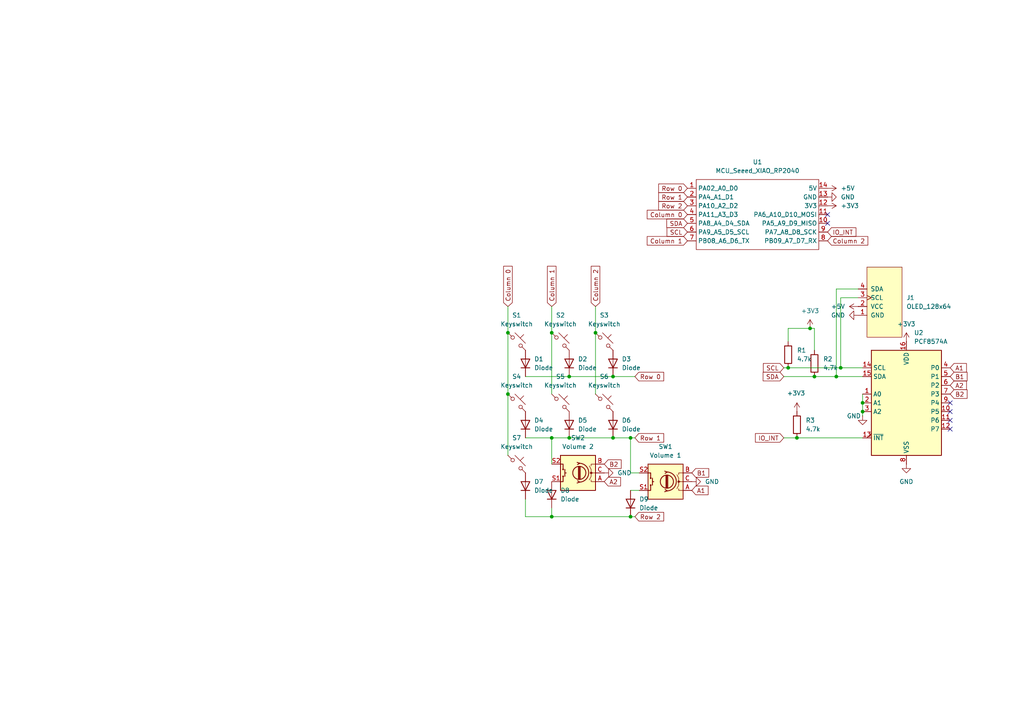
<source format=kicad_sch>
(kicad_sch (version 20231120) (generator "eeschema") (generator_version "8.0")
  (paper "A4")
  (lib_symbols
    (symbol "Device:R" (pin_numbers hide) (pin_names (offset 0))
      (property "Reference" "R" (at 2.032 0 90))
      (property "Value" "R" (at 0 0 90))
      (symbol "R_0_1"
        (rectangle (start -1.016 -2.54) (end 1.016 2.54) (stroke (width 0.254)))
      )
      (symbol "R_1_1"
        (pin passive line (at 0 3.81 270) (length 1.27) (name "~") (number "1"))
        (pin passive line (at 0 -3.81 90) (length 1.27) (name "~") (number "2"))
      )
    )
    (symbol "Device:RotaryEncoder_Switch" (pin_names (offset 0.254) hide)
      (property "Reference" "SW" (at 0 6.604 0))
      (property "Value" "RotaryEncoder_Switch" (at 0 -6.604 0))
      (symbol "RotaryEncoder_Switch_0_1"
        (rectangle (start -5.08 5.08) (end 5.08 -5.08) (stroke (width 0.254)) (fill (type background)))
        (circle (center -3.81 0) (radius 0.254) (fill (type outline)))
        (circle (center -0.381 0) (radius 1.905) (stroke (width 0.254)))
        (arc (start -0.381 2.667) (mid -3.0988 -0.0635) (end -0.381 -2.794) (stroke (width 0.254)))
        (polyline (pts (xy -0.635 -1.778) (xy -0.635 1.778)) (stroke (width 0.254)))
        (polyline (pts (xy -0.381 -1.778) (xy -0.381 1.778)) (stroke (width 0.254)))
        (polyline (pts (xy -0.127 1.778) (xy -0.127 -1.778)) (stroke (width 0.254)))
        (polyline (pts (xy 3.81 0) (xy 3.429 0)) (stroke (width 0.254)))
        (polyline (pts (xy 3.81 1.016) (xy 3.81 -1.016)) (stroke (width 0.254)))
        (polyline (pts (xy -5.08 -2.54) (xy -3.81 -2.54) (xy -3.81 -2.032)))
        (polyline (pts (xy -5.08 2.54) (xy -3.81 2.54) (xy -3.81 2.032)))
        (polyline (pts (xy 0.254 -3.048) (xy -0.508 -2.794) (xy 0.127 -2.413)) (stroke (width 0.254)))
        (polyline (pts (xy 0.254 2.921) (xy -0.508 2.667) (xy 0.127 2.286)) (stroke (width 0.254)))
        (polyline (pts (xy 5.08 -2.54) (xy 4.318 -2.54) (xy 4.318 -1.016)) (stroke (width 0.254)))
        (polyline (pts (xy 5.08 2.54) (xy 4.318 2.54) (xy 4.318 1.016)) (stroke (width 0.254)))
        (polyline (pts (xy -5.08 0) (xy -3.81 0) (xy -3.81 -1.016) (xy -3.302 -2.032)))
        (polyline (pts (xy -4.318 0) (xy -3.81 0) (xy -3.81 1.016) (xy -3.302 2.032)))
        (circle (center 4.318 -1.016) (radius 0.127) (stroke (width 0.254)))
        (circle (center 4.318 1.016) (radius 0.127) (stroke (width 0.254)))
      )
      (symbol "RotaryEncoder_Switch_1_1"
        (pin passive line (at -7.62 2.54 0) (length 2.54) (name "A") (number "A"))
        (pin passive line (at -7.62 -2.54 0) (length 2.54) (name "B") (number "B"))
        (pin passive line (at -7.62 0 0) (length 2.54) (name "C") (number "C"))
        (pin passive line (at 7.62 2.54 180) (length 2.54) (name "S1") (number "S1"))
        (pin passive line (at 7.62 -2.54 180) (length 2.54) (name "S2") (number "S2"))
      )
    )
    (symbol "Interface_Expansion:PCF8574A"
      (property "Reference" "U" (at -8.89 16.51 0))
      (property "Value" "PCF8574A" (at 2.54 16.51 0))
      (symbol "PCF8574A_0_1"
        (rectangle (start -10.16 15.24) (end 10.16 -15.24) (stroke (width 0.254)) (fill (type background)))
      )
      (symbol "PCF8574A_1_1"
        (pin input line (at -12.7 2.54 0) (length 2.54) (name "A0") (number "1"))
        (pin bidirectional line (at 12.7 -2.54 180) (length 2.54) (name "P5") (number "10"))
        (pin bidirectional line (at 12.7 -5.08 180) (length 2.54) (name "P6") (number "11"))
        (pin bidirectional line (at 12.7 -7.62 180) (length 2.54) (name "P7") (number "12"))
        (pin open_collector output_low (at -12.7 -10.16 0) (length 2.54) (name "~{INT}") (number "13"))
        (pin input line (at -12.7 10.16 0) (length 2.54) (name "SCL") (number "14"))
        (pin bidirectional line (at -12.7 7.62 0) (length 2.54) (name "SDA") (number "15"))
        (pin power_in line (at 0 17.78 270) (length 2.54) (name "VDD") (number "16"))
        (pin input line (at -12.7 0 0) (length 2.54) (name "A1") (number "2"))
        (pin input line (at -12.7 -2.54 0) (length 2.54) (name "A2") (number "3"))
        (pin bidirectional line (at 12.7 10.16 180) (length 2.54) (name "P0") (number "4"))
        (pin bidirectional line (at 12.7 7.62 180) (length 2.54) (name "P1") (number "5"))
        (pin bidirectional line (at 12.7 5.08 180) (length 2.54) (name "P2") (number "6"))
        (pin bidirectional line (at 12.7 2.54 180) (length 2.54) (name "P3") (number "7"))
        (pin power_in line (at 0 -17.78 90) (length 2.54) (name "VSS") (number "8"))
        (pin bidirectional line (at 12.7 0 180) (length 2.54) (name "P4") (number "9"))
      )
    )
    (symbol "ScottoKeebs:MCU_Seeed_XIAO_RP2040"
      (property "Reference" "U" (at -16.51 11.43 0))
      (property "Value" "MCU_Seeed_XIAO_RP2040" (at -3.81 -11.43 0))
      (symbol "MCU_Seeed_XIAO_RP2040_0_1"
        (rectangle (start -16.51 10.16) (end 19.05 -10.16))
      )
      (symbol "MCU_Seeed_XIAO_RP2040_1_1"
        (pin passive line (at -19.05 7.62 0) (length 2.54) (name "PA02_A0_D0") (number "1"))
        (pin passive line (at 21.59 -2.54 180) (length 2.54) (name "PA5_A9_D9_MISO") (number "10"))
        (pin passive line (at 21.59 0 180) (length 2.54) (name "PA6_A10_D10_MOSI") (number "11"))
        (pin passive line (at 21.59 2.54 180) (length 2.54) (name "3V3") (number "12"))
        (pin passive line (at 21.59 5.08 180) (length 2.54) (name "GND") (number "13"))
        (pin passive line (at 21.59 7.62 180) (length 2.54) (name "5V") (number "14"))
        (pin passive line (at -19.05 5.08 0) (length 2.54) (name "PA4_A1_D1") (number "2"))
        (pin passive line (at -19.05 2.54 0) (length 2.54) (name "PA10_A2_D2") (number "3"))
        (pin passive line (at -19.05 0 0) (length 2.54) (name "PA11_A3_D3") (number "4"))
        (pin passive line (at -19.05 -2.54 0) (length 2.54) (name "PA8_A4_D4_SDA") (number "5"))
        (pin passive line (at -19.05 -5.08 0) (length 2.54) (name "PA9_A5_D5_SCL") (number "6"))
        (pin passive line (at -19.05 -7.62 0) (length 2.54) (name "PB08_A6_D6_TX") (number "7"))
        (pin passive line (at 21.59 -7.62 180) (length 2.54) (name "PB09_A7_D7_RX") (number "8"))
        (pin passive line (at 21.59 -5.08 180) (length 2.54) (name "PA7_A8_D8_SCK") (number "9"))
      )
    )
    (symbol "ScottoKeebs:OLED_128x64" (pin_names (offset 1.016))
      (property "Reference" "J" (at 0 -11.43 0))
      (property "Value" "OLED_128x64" (at 0 -7.62 0))
      (symbol "OLED_128x64_0_1"
        (rectangle (start 10.16 -10.16) (end -10.16 0) (fill (type background)))
      )
      (symbol "OLED_128x64_1_1"
        (pin power_in line (at -3.81 2.54 270) (length 2.54) (name "GND") (number "1"))
        (pin power_in line (at -1.27 2.54 270) (length 2.54) (name "VCC") (number "2"))
        (pin input clock (at 1.27 2.54 270) (length 2.54) (name "SCL") (number "3"))
        (pin bidirectional line (at 3.81 2.54 270) (length 2.54) (name "SDA") (number "4"))
      )
    )
    (symbol "ScottoKeebs:Placeholder_Diode" (pin_numbers hide) (pin_names hide)
      (property "Reference" "D" (at 0 2.54 0))
      (property "Value" "Diode" (at 0 -2.54 0))
      (symbol "Placeholder_Diode_0_1"
        (polyline (pts (xy -1.27 1.27) (xy -1.27 -1.27)) (stroke (width 0.254)))
        (polyline (pts (xy 1.27 0) (xy -1.27 0)))
        (polyline (pts (xy 1.27 1.27) (xy 1.27 -1.27) (xy -1.27 0) (xy 1.27 1.27)) (stroke (width 0.254)))
      )
      (symbol "Placeholder_Diode_1_1"
        (pin passive line (at -3.81 0 0) (length 2.54) (name "K") (number "1"))
        (pin passive line (at 3.81 0 180) (length 2.54) (name "A") (number "2"))
      )
    )
    (symbol "ScottoKeebs:Placeholder_Keyswitch" (pin_numbers hide) (pin_names (offset 1.016) hide)
      (property "Reference" "S" (at 3.048 1.016 0))
      (property "Value" "Keyswitch" (at 0 -3.81 0))
      (symbol "Placeholder_Keyswitch_0_1"
        (circle (center -1.1684 1.1684) (radius 0.508))
        (polyline (pts (xy -0.508 2.54) (xy 2.54 -0.508)))
        (polyline (pts (xy 1.016 1.016) (xy 2.032 2.032)))
        (polyline (pts (xy -2.54 2.54) (xy -1.524 1.524) (xy -1.524 1.524)))
        (polyline (pts (xy 1.524 -1.524) (xy 2.54 -2.54) (xy 2.54 -2.54) (xy 2.54 -2.54)))
        (circle (center 1.143 -1.1938) (radius 0.508))
        (pin passive line (at -2.54 2.54 0) (length 0) (name "1") (number "1"))
        (pin passive line (at 2.54 -2.54 180) (length 0) (name "2") (number "2"))
      )
    )
    (symbol "power:+3V3" (power) (pin_numbers hide) (pin_names (offset 0) hide)
      (property "Value" "+3V3" (at 0 3.556 0))
      (symbol "+3V3_0_1"
        (polyline (pts (xy -0.762 1.27) (xy 0 2.54)))
        (polyline (pts (xy 0 0) (xy 0 2.54)))
        (polyline (pts (xy 0 2.54) (xy 0.762 1.27)))
      )
      (symbol "+3V3_1_1"
        (pin power_in line (at 0 0 90) (length 0) (name "~") (number "1"))
      )
    )
    (symbol "power:+5V" (power) (pin_numbers hide) (pin_names (offset 0) hide)
      (property "Value" "+5V" (at 0 3.556 0))
      (symbol "+5V_0_1"
        (polyline (pts (xy -0.762 1.27) (xy 0 2.54)))
        (polyline (pts (xy 0 0) (xy 0 2.54)))
        (polyline (pts (xy 0 2.54) (xy 0.762 1.27)))
      )
      (symbol "+5V_1_1"
        (pin power_in line (at 0 0 90) (length 0) (name "~") (number "1"))
      )
    )
    (symbol "power:GND" (power) (pin_numbers hide) (pin_names (offset 0) hide)
      (property "Value" "GND" (at 0 -3.81 0))
      (symbol "GND_0_1"
        (polyline (pts (xy 0 0) (xy 0 -1.27) (xy 1.27 -1.27) (xy 0 -2.54) (xy -1.27 -1.27) (xy 0 -1.27)))
      )
      (symbol "GND_1_1"
        (pin power_in line (at 0 0 270) (length 0) (name "~") (number "1"))
      )
    )
  )
  (junction (at 250.19 116.84))
  (junction (at 165.1 109.22))
  (junction (at 231.14 127))
  (junction (at 160.02 96.52))
  (junction (at 147.32 114.3))
  (junction (at 236.22 109.22))
  (junction (at 234.95 95.25))
  (junction (at 165.1 127))
  (junction (at 182.88 149.86))
  (junction (at 182.88 127))
  (junction (at 177.8 109.22))
  (junction (at 243.84 106.68))
  (junction (at 160.02 149.86))
  (junction (at 160.02 127))
  (junction (at 250.19 119.38))
  (junction (at 242.57 109.22))
  (junction (at 172.72 96.52))
  (junction (at 228.6 106.68))
  (junction (at 147.32 96.52))
  (junction (at 177.8 127))
  (no_connect (at 275.59 124.46))
  (no_connect (at 275.59 119.38))
  (no_connect (at 240.03 64.77))
  (no_connect (at 275.59 121.92))
  (no_connect (at 275.59 116.84))
  (no_connect (at 240.03 62.23))
  (wire (pts (xy 250.19 116.84) (xy 250.19 119.38)))
  (wire (pts (xy 184.15 109.22) (xy 177.8 109.22)))
  (wire (pts (xy 160.02 147.32) (xy 160.02 149.86)))
  (wire (pts (xy 234.95 95.25) (xy 236.22 95.25)))
  (wire (pts (xy 227.33 127) (xy 231.14 127)))
  (wire (pts (xy 242.57 109.22) (xy 242.57 83.82)))
  (wire (pts (xy 147.32 96.52) (xy 147.32 114.3)))
  (wire (pts (xy 231.14 127) (xy 250.19 127)))
  (wire (pts (xy 227.33 106.68) (xy 228.6 106.68)))
  (wire (pts (xy 152.4 149.86) (xy 160.02 149.86)))
  (wire (pts (xy 182.88 149.86) (xy 184.15 149.86)))
  (wire (pts (xy 236.22 95.25) (xy 236.22 101.6)))
  (wire (pts (xy 152.4 109.22) (xy 165.1 109.22)))
  (wire (pts (xy 182.88 127) (xy 177.8 127)))
  (wire (pts (xy 185.42 142.24) (xy 182.88 142.24)))
  (wire (pts (xy 227.33 109.22) (xy 236.22 109.22)))
  (wire (pts (xy 250.19 119.38) (xy 250.19 120.65)))
  (wire (pts (xy 243.84 106.68) (xy 243.84 86.36)))
  (wire (pts (xy 147.32 88.9) (xy 147.32 96.52)))
  (wire (pts (xy 185.42 137.16) (xy 182.88 137.16)))
  (wire (pts (xy 228.6 99.06) (xy 228.6 95.25)))
  (wire (pts (xy 242.57 109.22) (xy 250.19 109.22)))
  (wire (pts (xy 160.02 127) (xy 165.1 127)))
  (wire (pts (xy 228.6 95.25) (xy 234.95 95.25)))
  (wire (pts (xy 165.1 109.22) (xy 177.8 109.22)))
  (wire (pts (xy 160.02 127) (xy 160.02 134.62)))
  (wire (pts (xy 160.02 149.86) (xy 182.88 149.86)))
  (wire (pts (xy 160.02 88.9) (xy 160.02 96.52)))
  (wire (pts (xy 243.84 86.36) (xy 248.92 86.36)))
  (wire (pts (xy 250.19 114.3) (xy 250.19 116.84)))
  (wire (pts (xy 243.84 106.68) (xy 250.19 106.68)))
  (wire (pts (xy 172.72 88.9) (xy 172.72 96.52)))
  (wire (pts (xy 184.15 127) (xy 182.88 127)))
  (wire (pts (xy 228.6 106.68) (xy 243.84 106.68)))
  (wire (pts (xy 147.32 114.3) (xy 147.32 132.08)))
  (wire (pts (xy 242.57 83.82) (xy 248.92 83.82)))
  (wire (pts (xy 152.4 149.86) (xy 152.4 144.78)))
  (wire (pts (xy 152.4 127) (xy 160.02 127)))
  (wire (pts (xy 236.22 109.22) (xy 242.57 109.22)))
  (wire (pts (xy 165.1 127) (xy 177.8 127)))
  (wire (pts (xy 172.72 96.52) (xy 172.72 114.3)))
  (wire (pts (xy 160.02 96.52) (xy 160.02 114.3)))
  (wire (pts (xy 182.88 137.16) (xy 182.88 127)))
  (global_label "IO_INT" (shape input) (at 240.03 67.31 0) (property "Intersheetrefs" "${INTERSHEET_REFS}" (effects (hide yes))))
  (global_label "Column 0" (shape input) (at 199.39 62.23 180) (property "Intersheetrefs" "${INTERSHEET_REFS}" (effects (hide yes))))
  (global_label "Row 1" (shape input) (at 184.15 127 0) (property "Intersheetrefs" "${INTERSHEET_REFS}" (effects (hide yes))))
  (global_label "Column 1" (shape input) (at 199.39 69.85 180) (property "Intersheetrefs" "${INTERSHEET_REFS}" (effects (hide yes))))
  (global_label "SDA" (shape input) (at 227.33 109.22 180) (property "Intersheetrefs" "${INTERSHEET_REFS}" (effects (hide yes))))
  (global_label "Row 2" (shape input) (at 184.15 149.86 0) (property "Intersheetrefs" "${INTERSHEET_REFS}" (effects (hide yes))))
  (global_label "Row 2" (shape input) (at 199.39 59.69 180) (property "Intersheetrefs" "${INTERSHEET_REFS}" (effects (hide yes))))
  (global_label "A1" (shape input) (at 275.59 106.68 0) (property "Intersheetrefs" "${INTERSHEET_REFS}" (effects (hide yes))))
  (global_label "Row 1" (shape input) (at 199.39 57.15 180) (property "Intersheetrefs" "${INTERSHEET_REFS}" (effects (hide yes))))
  (global_label "A2" (shape input) (at 275.59 111.76 0) (property "Intersheetrefs" "${INTERSHEET_REFS}" (effects (hide yes))))
  (global_label "Column 1" (shape input) (at 160.02 88.9 90) (property "Intersheetrefs" "${INTERSHEET_REFS}" (effects (hide yes))))
  (global_label "SCL" (shape input) (at 227.33 106.68 180) (property "Intersheetrefs" "${INTERSHEET_REFS}" (effects (hide yes))))
  (global_label "Column 2" (shape input) (at 240.03 69.85 0) (property "Intersheetrefs" "${INTERSHEET_REFS}" (effects (hide yes))))
  (global_label "IO_INT" (shape input) (at 227.33 127 180) (property "Intersheetrefs" "${INTERSHEET_REFS}" (effects (hide yes))))
  (global_label "SDA" (shape input) (at 199.39 64.77 180) (property "Intersheetrefs" "${INTERSHEET_REFS}" (effects (hide yes))))
  (global_label "A2" (shape input) (at 175.26 139.7 0) (property "Intersheetrefs" "${INTERSHEET_REFS}" (effects (hide yes))))
  (global_label "B2" (shape input) (at 275.59 114.3 0) (property "Intersheetrefs" "${INTERSHEET_REFS}" (effects (hide yes))))
  (global_label "SCL" (shape input) (at 199.39 67.31 180) (property "Intersheetrefs" "${INTERSHEET_REFS}" (effects (hide yes))))
  (global_label "A1" (shape input) (at 200.66 142.24 0) (property "Intersheetrefs" "${INTERSHEET_REFS}" (effects (hide yes))))
  (global_label "Row 0" (shape input) (at 184.15 109.22 0) (property "Intersheetrefs" "${INTERSHEET_REFS}" (effects (hide yes))))
  (global_label "B2" (shape input) (at 175.26 134.62 0) (property "Intersheetrefs" "${INTERSHEET_REFS}" (effects (hide yes))))
  (global_label "B1" (shape input) (at 275.59 109.22 0) (property "Intersheetrefs" "${INTERSHEET_REFS}" (effects (hide yes))))
  (global_label "Row 0" (shape input) (at 199.39 54.61 180) (property "Intersheetrefs" "${INTERSHEET_REFS}" (effects (hide yes))))
  (global_label "B1" (shape input) (at 200.66 137.16 0) (property "Intersheetrefs" "${INTERSHEET_REFS}" (effects (hide yes))))
  (global_label "Column 0" (shape input) (at 147.32 88.9 90) (property "Intersheetrefs" "${INTERSHEET_REFS}" (effects (hide yes))))
  (global_label "Column 2" (shape input) (at 172.72 88.9 90) (property "Intersheetrefs" "${INTERSHEET_REFS}" (effects (hide yes))))
  (symbol (lib_id "ScottoKeebs:Placeholder_Keyswitch") (at 162.56 116.84 0) (unit 1)
    (property "Reference" "S5" (at 162.56 109.22 0))
    (property "Value" "Keyswitch" (at 162.56 111.76 0))
    (property "Footprint" "ScottoKeebs_MX:MX_PCB_1.00u" (effects (hide yes)))
    (property "Description" "Push button switch, normally open, two pins, 45° tilted" (effects (hide yes)))
  )
  (symbol (lib_id "power:GND") (at 248.92 91.44 270) (unit 1)
    (property "Reference" "#PWR08" (effects (hide yes)))
    (property "Value" "GND" (at 245.11 91.4399 90) (effects (justify right)))
    (property "Description" "Power symbol creates a global label with name \"GND\" , ground" (effects (hide yes)))
  )
  (symbol (lib_id "power:GND") (at 175.26 137.16 90) (unit 1)
    (property "Reference" "#PWR02" (effects (hide yes)))
    (property "Value" "GND" (at 179.07 137.1599 90) (effects (justify right)))
    (property "Description" "Power symbol creates a global label with name \"GND\" , ground" (effects (hide yes)))
  )
  (symbol (lib_id "power:+5V") (at 248.92 88.9 90) (unit 1)
    (property "Reference" "#PWR07" (effects (hide yes)))
    (property "Value" "+5V" (at 245.11 88.8999 90) (effects (justify left)))
    (property "Description" "Power symbol creates a global label with name \"+5V\"" (effects (hide yes)))
  )
  (symbol (lib_id "Interface_Expansion:PCF8574A") (at 262.89 116.84 0) (unit 1)
    (property "Reference" "U2" (at 265.0841 96.52 0) (effects (justify left)))
    (property "Value" "PCF8574A" (at 265.0841 99.06 0) (effects (justify left)))
    (property "Footprint" "footprints:N16" (effects (hide yes)))
    (property "Datasheet" "http://www.nxp.com/docs/en/data-sheet/PCF8574_PCF8574A.pdf" (effects (hide yes)))
    (property "Description" "8 Bit Port/Expander to I2C Bus, DIP/SOIC-16" (effects (hide yes)))
  )
  (symbol (lib_id "power:+3V3") (at 231.14 119.38 0) (unit 1)
    (property "Reference" "#PWR010" (effects (hide yes)))
    (property "Value" "+3V3" (at 230.886 114.046 0))
    (property "Description" "Power symbol creates a global label with name \"+3V3\"" (effects (hide yes)))
  )
  (symbol (lib_id "ScottoKeebs:Placeholder_Diode") (at 152.4 140.97 90) (unit 1)
    (property "Reference" "D7" (at 154.94 139.6999 90) (effects (justify right)))
    (property "Value" "Diode" (at 154.94 142.2399 90) (effects (justify right)))
    (property "Footprint" "ScottoKeebs_Components:Diode_DO-35" (effects (hide yes)))
    (property "Description" "1N4148 (DO-35) or 1N4148W (SOD-123)" (effects (hide yes)))
    (property "Sim.Device" "D" (effects (hide yes)))
    (property "Sim.Pins" "1=K 2=A" (effects (hide yes)))
  )
  (symbol (lib_id "Device:R") (at 236.22 105.41 0) (unit 1)
    (property "Reference" "R2" (at 238.76 104.1399 0) (effects (justify left)))
    (property "Value" "4.7k" (at 238.76 106.6799 0) (effects (justify left)))
    (property "Footprint" "Resistor_THT:R_Axial_DIN0204_L3.6mm_D1.6mm_P5.08mm_Horizontal" (effects (hide yes)))
    (property "Description" "Resistor" (effects (hide yes)))
  )
  (symbol (lib_id "ScottoKeebs:MCU_Seeed_XIAO_RP2040") (at 218.44 62.23 0) (unit 1)
    (property "Reference" "U1" (at 219.71 46.99 0))
    (property "Value" "MCU_Seeed_XIAO_RP2040" (at 219.71 49.53 0))
    (property "Footprint" "ScottoKeebs_MCU:Seeed_XIAO_RP2040" (effects (hide yes)))
  )
  (symbol (lib_id "power:+3V3") (at 262.89 99.06 0) (unit 1)
    (property "Reference" "#PWR011" (effects (hide yes)))
    (property "Value" "+3V3" (at 262.89 93.98 0))
    (property "Description" "Power symbol creates a global label with name \"+3V3\"" (effects (hide yes)))
  )
  (symbol (lib_id "power:GND") (at 200.66 139.7 90) (unit 1)
    (property "Reference" "#PWR03" (effects (hide yes)))
    (property "Value" "GND" (at 204.47 139.6999 90) (effects (justify right)))
    (property "Description" "Power symbol creates a global label with name \"GND\" , ground" (effects (hide yes)))
  )
  (symbol (lib_id "ScottoKeebs:Placeholder_Diode") (at 177.8 123.19 90) (unit 1)
    (property "Reference" "D6" (at 180.34 121.9199 90) (effects (justify right)))
    (property "Value" "Diode" (at 180.34 124.4599 90) (effects (justify right)))
    (property "Footprint" "ScottoKeebs_Components:Diode_DO-35" (effects (hide yes)))
    (property "Description" "1N4148 (DO-35) or 1N4148W (SOD-123)" (effects (hide yes)))
    (property "Sim.Device" "D" (effects (hide yes)))
    (property "Sim.Pins" "1=K 2=A" (effects (hide yes)))
  )
  (symbol (lib_id "ScottoKeebs:Placeholder_Diode") (at 160.02 143.51 90) (unit 1)
    (property "Reference" "D8" (at 162.56 142.2399 90) (effects (justify right)))
    (property "Value" "Diode" (at 162.56 144.7799 90) (effects (justify right)))
    (property "Footprint" "ScottoKeebs_Components:Diode_DO-35" (effects (hide yes)))
    (property "Description" "1N4148 (DO-35) or 1N4148W (SOD-123)" (effects (hide yes)))
    (property "Sim.Device" "D" (effects (hide yes)))
    (property "Sim.Pins" "1=K 2=A" (effects (hide yes)))
  )
  (symbol (lib_id "ScottoKeebs:OLED_128x64") (at 251.46 87.63 90) (unit 1)
    (property "Reference" "J1" (at 262.89 86.3599 90) (effects (justify right)))
    (property "Value" "OLED_128x64" (at 262.89 88.8999 90) (effects (justify right)))
    (property "Footprint" "ScottoKeebs_Components:OLED_128x64" (effects (hide yes)))
  )
  (symbol (lib_id "power:GND") (at 240.03 57.15 90) (unit 1)
    (property "Reference" "#PWR01" (effects (hide yes)))
    (property "Value" "GND" (at 243.84 57.1499 90) (effects (justify right)))
    (property "Description" "Power symbol creates a global label with name \"GND\" , ground" (effects (hide yes)))
  )
  (symbol (lib_id "ScottoKeebs:Placeholder_Keyswitch") (at 149.86 116.84 0) (unit 1)
    (property "Reference" "S4" (at 149.86 109.22 0))
    (property "Value" "Keyswitch" (at 149.86 111.76 0))
    (property "Footprint" "ScottoKeebs_MX:MX_PCB_1.00u" (effects (hide yes)))
    (property "Description" "Push button switch, normally open, two pins, 45° tilted" (effects (hide yes)))
  )
  (symbol (lib_id "ScottoKeebs:Placeholder_Keyswitch") (at 175.26 116.84 0) (unit 1)
    (property "Reference" "S6" (at 175.26 109.22 0))
    (property "Value" "Keyswitch" (at 175.26 111.76 0))
    (property "Footprint" "ScottoKeebs_MX:MX_PCB_1.00u" (effects (hide yes)))
    (property "Description" "Push button switch, normally open, two pins, 45° tilted" (effects (hide yes)))
  )
  (symbol (lib_id "power:+3V3") (at 234.95 95.25 0) (unit 1)
    (property "Reference" "#PWR09" (effects (hide yes)))
    (property "Value" "+3V3" (at 234.95 90.17 0))
    (property "Description" "Power symbol creates a global label with name \"+3V3\"" (effects (hide yes)))
  )
  (symbol (lib_id "power:GND") (at 262.89 134.62 0) (unit 1)
    (property "Reference" "#PWR04" (effects (hide yes)))
    (property "Value" "GND" (at 262.89 139.7 0))
    (property "Description" "Power symbol creates a global label with name \"GND\" , ground" (effects (hide yes)))
  )
  (symbol (lib_id "ScottoKeebs:Placeholder_Diode") (at 182.88 146.05 90) (unit 1)
    (property "Reference" "D9" (at 185.42 144.7799 90) (effects (justify right)))
    (property "Value" "Diode" (at 185.42 147.3199 90) (effects (justify right)))
    (property "Footprint" "ScottoKeebs_Components:Diode_DO-35" (effects (hide yes)))
    (property "Description" "1N4148 (DO-35) or 1N4148W (SOD-123)" (effects (hide yes)))
    (property "Sim.Device" "D" (effects (hide yes)))
    (property "Sim.Pins" "1=K 2=A" (effects (hide yes)))
  )
  (symbol (lib_id "ScottoKeebs:Placeholder_Diode") (at 165.1 123.19 90) (unit 1)
    (property "Reference" "D5" (at 167.64 121.9199 90) (effects (justify right)))
    (property "Value" "Diode" (at 167.64 124.4599 90) (effects (justify right)))
    (property "Footprint" "ScottoKeebs_Components:Diode_DO-35" (effects (hide yes)))
    (property "Description" "1N4148 (DO-35) or 1N4148W (SOD-123)" (effects (hide yes)))
    (property "Sim.Device" "D" (effects (hide yes)))
    (property "Sim.Pins" "1=K 2=A" (effects (hide yes)))
  )
  (symbol (lib_id "ScottoKeebs:Placeholder_Diode") (at 152.4 105.41 90) (unit 1)
    (property "Reference" "D1" (at 154.94 104.1399 90) (effects (justify right)))
    (property "Value" "Diode" (at 154.94 106.6799 90) (effects (justify right)))
    (property "Footprint" "ScottoKeebs_Components:Diode_DO-35" (effects (hide yes)))
    (property "Description" "1N4148 (DO-35) or 1N4148W (SOD-123)" (effects (hide yes)))
    (property "Sim.Device" "D" (effects (hide yes)))
    (property "Sim.Pins" "1=K 2=A" (effects (hide yes)))
  )
  (symbol (lib_id "power:+3V3") (at 240.03 59.69 270) (unit 1)
    (property "Reference" "#PWR06" (effects (hide yes)))
    (property "Value" "+3V3" (at 243.84 59.6899 90) (effects (justify left)))
    (property "Description" "Power symbol creates a global label with name \"+3V3\"" (effects (hide yes)))
  )
  (symbol (lib_id "power:+5V") (at 240.03 54.61 270) (unit 1)
    (property "Reference" "#PWR05" (effects (hide yes)))
    (property "Value" "+5V" (at 243.84 54.6099 90) (effects (justify left)))
    (property "Description" "Power symbol creates a global label with name \"+5V\"" (effects (hide yes)))
  )
  (symbol (lib_id "ScottoKeebs:Placeholder_Keyswitch") (at 162.56 99.06 0) (unit 1)
    (property "Reference" "S2" (at 162.56 91.44 0))
    (property "Value" "Keyswitch" (at 162.56 93.98 0))
    (property "Footprint" "ScottoKeebs_MX:MX_PCB_1.00u" (effects (hide yes)))
    (property "Description" "Push button switch, normally open, two pins, 45° tilted" (effects (hide yes)))
  )
  (symbol (lib_id "power:GND") (at 250.19 120.65 0) (unit 1)
    (property "Reference" "#PWR012" (effects (hide yes)))
    (property "Value" "GND" (at 247.65 120.65 0))
    (property "Description" "Power symbol creates a global label with name \"GND\" , ground" (effects (hide yes)))
  )
  (symbol (lib_id "Device:RotaryEncoder_Switch") (at 167.64 137.16 180) (unit 1)
    (property "Reference" "SW2" (at 167.64 127 0))
    (property "Value" "Volume 2" (at 167.64 129.54 0))
    (property "Footprint" "Rotary_Encoder:RotaryEncoder_Alps_EC11E-Switch_Vertical_H20mm" (effects (hide yes)))
    (property "Description" "Rotary encoder, dual channel, incremental quadrate outputs, with switch" (effects (hide yes)))
  )
  (symbol (lib_id "ScottoKeebs:Placeholder_Keyswitch") (at 149.86 134.62 0) (unit 1)
    (property "Reference" "S7" (at 149.86 127 0))
    (property "Value" "Keyswitch" (at 149.86 129.54 0))
    (property "Footprint" "ScottoKeebs_MX:MX_PCB_1.00u" (effects (hide yes)))
    (property "Description" "Push button switch, normally open, two pins, 45° tilted" (effects (hide yes)))
  )
  (symbol (lib_id "ScottoKeebs:Placeholder_Diode") (at 177.8 105.41 90) (unit 1)
    (property "Reference" "D3" (at 180.34 104.1399 90) (effects (justify right)))
    (property "Value" "Diode" (at 180.34 106.6799 90) (effects (justify right)))
    (property "Footprint" "ScottoKeebs_Components:Diode_DO-35" (effects (hide yes)))
    (property "Description" "1N4148 (DO-35) or 1N4148W (SOD-123)" (effects (hide yes)))
    (property "Sim.Device" "D" (effects (hide yes)))
    (property "Sim.Pins" "1=K 2=A" (effects (hide yes)))
  )
  (symbol (lib_id "ScottoKeebs:Placeholder_Keyswitch") (at 175.26 99.06 0) (unit 1)
    (property "Reference" "S3" (at 175.26 91.44 0))
    (property "Value" "Keyswitch" (at 175.26 93.98 0))
    (property "Footprint" "ScottoKeebs_MX:MX_PCB_1.00u" (effects (hide yes)))
    (property "Description" "Push button switch, normally open, two pins, 45° tilted" (effects (hide yes)))
  )
  (symbol (lib_id "ScottoKeebs:Placeholder_Diode") (at 152.4 123.19 90) (unit 1)
    (property "Reference" "D4" (at 154.94 121.9199 90) (effects (justify right)))
    (property "Value" "Diode" (at 154.94 124.4599 90) (effects (justify right)))
    (property "Footprint" "ScottoKeebs_Components:Diode_DO-35" (effects (hide yes)))
    (property "Description" "1N4148 (DO-35) or 1N4148W (SOD-123)" (effects (hide yes)))
    (property "Sim.Device" "D" (effects (hide yes)))
    (property "Sim.Pins" "1=K 2=A" (effects (hide yes)))
  )
  (symbol (lib_id "ScottoKeebs:Placeholder_Diode") (at 165.1 105.41 90) (unit 1)
    (property "Reference" "D2" (at 167.64 104.1399 90) (effects (justify right)))
    (property "Value" "Diode" (at 167.64 106.6799 90) (effects (justify right)))
    (property "Footprint" "ScottoKeebs_Components:Diode_DO-35" (effects (hide yes)))
    (property "Description" "1N4148 (DO-35) or 1N4148W (SOD-123)" (effects (hide yes)))
    (property "Sim.Device" "D" (effects (hide yes)))
    (property "Sim.Pins" "1=K 2=A" (effects (hide yes)))
  )
  (symbol (lib_id "Device:RotaryEncoder_Switch") (at 193.04 139.7 180) (unit 1)
    (property "Reference" "SW1" (at 193.04 129.54 0))
    (property "Value" "Volume 1" (at 193.04 132.08 0))
    (property "Footprint" "Rotary_Encoder:RotaryEncoder_Alps_EC11E-Switch_Vertical_H20mm" (effects (hide yes)))
    (property "Description" "Rotary encoder, dual channel, incremental quadrate outputs, with switch" (effects (hide yes)))
  )
  (symbol (lib_id "Device:R") (at 231.14 123.19 0) (unit 1)
    (property "Reference" "R3" (at 233.68 121.9199 0) (effects (justify left)))
    (property "Value" "4.7k" (at 233.68 124.4599 0) (effects (justify left)))
    (property "Footprint" "Resistor_THT:R_Axial_DIN0204_L3.6mm_D1.6mm_P5.08mm_Horizontal" (effects (hide yes)))
    (property "Description" "Resistor" (effects (hide yes)))
  )
  (symbol (lib_id "ScottoKeebs:Placeholder_Keyswitch") (at 149.86 99.06 0) (unit 1)
    (property "Reference" "S1" (at 149.86 91.44 0))
    (property "Value" "Keyswitch" (at 149.86 93.98 0))
    (property "Footprint" "ScottoKeebs_MX:MX_PCB_1.00u" (effects (hide yes)))
    (property "Description" "Push button switch, normally open, two pins, 45° tilted" (effects (hide yes)))
  )
  (symbol (lib_id "Device:R") (at 228.6 102.87 0) (unit 1)
    (property "Reference" "R1" (at 231.14 101.5999 0) (effects (justify left)))
    (property "Value" "4.7k" (at 231.14 104.1399 0) (effects (justify left)))
    (property "Footprint" "Resistor_THT:R_Axial_DIN0204_L3.6mm_D1.6mm_P5.08mm_Horizontal" (effects (hide yes)))
    (property "Description" "Resistor" (effects (hide yes)))
  )
)
</source>
